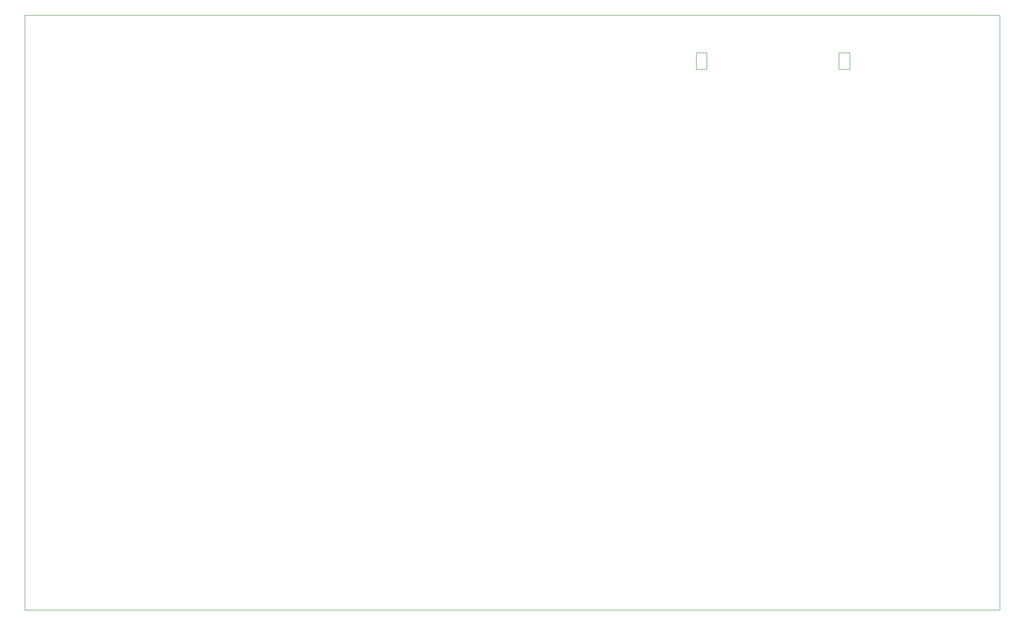
<source format=gm1>
G04 #@! TF.GenerationSoftware,KiCad,Pcbnew,(6.0.1)*
G04 #@! TF.CreationDate,2023-03-29T13:18:54+07:00*
G04 #@! TF.ProjectId,ISD1700 sampler_main board,49534431-3730-4302-9073-616d706c6572,rev?*
G04 #@! TF.SameCoordinates,Original*
G04 #@! TF.FileFunction,Profile,NP*
%FSLAX46Y46*%
G04 Gerber Fmt 4.6, Leading zero omitted, Abs format (unit mm)*
G04 Created by KiCad (PCBNEW (6.0.1)) date 2023-03-29 13:18:54*
%MOMM*%
%LPD*%
G01*
G04 APERTURE LIST*
G04 #@! TA.AperFunction,Profile*
%ADD10C,0.100000*%
G04 #@! TD*
G04 #@! TA.AperFunction,Profile*
%ADD11C,0.120000*%
G04 #@! TD*
G04 APERTURE END LIST*
D10*
X22733000Y-34130000D02*
X202733000Y-34130000D01*
X202733000Y-34130000D02*
X202733000Y-144130000D01*
X202733000Y-144130000D02*
X22733000Y-144130000D01*
X22733000Y-144130000D02*
X22733000Y-34130000D01*
D11*
G04 #@! TO.C,J5*
X173075000Y-44115000D02*
X175075000Y-44115000D01*
X175075000Y-41115000D02*
X173075000Y-41115000D01*
X175075000Y-44115000D02*
X175075000Y-41115000D01*
X173075000Y-42615000D02*
X173075000Y-44115000D01*
X173075000Y-41115000D02*
X173075000Y-42615000D01*
X146675000Y-44115000D02*
X148675000Y-44115000D01*
X148675000Y-44115000D02*
X148675000Y-41115000D01*
X148675000Y-41115000D02*
X146675000Y-41115000D01*
X146675000Y-41115000D02*
X146675000Y-44115000D01*
G04 #@! TD*
M02*

</source>
